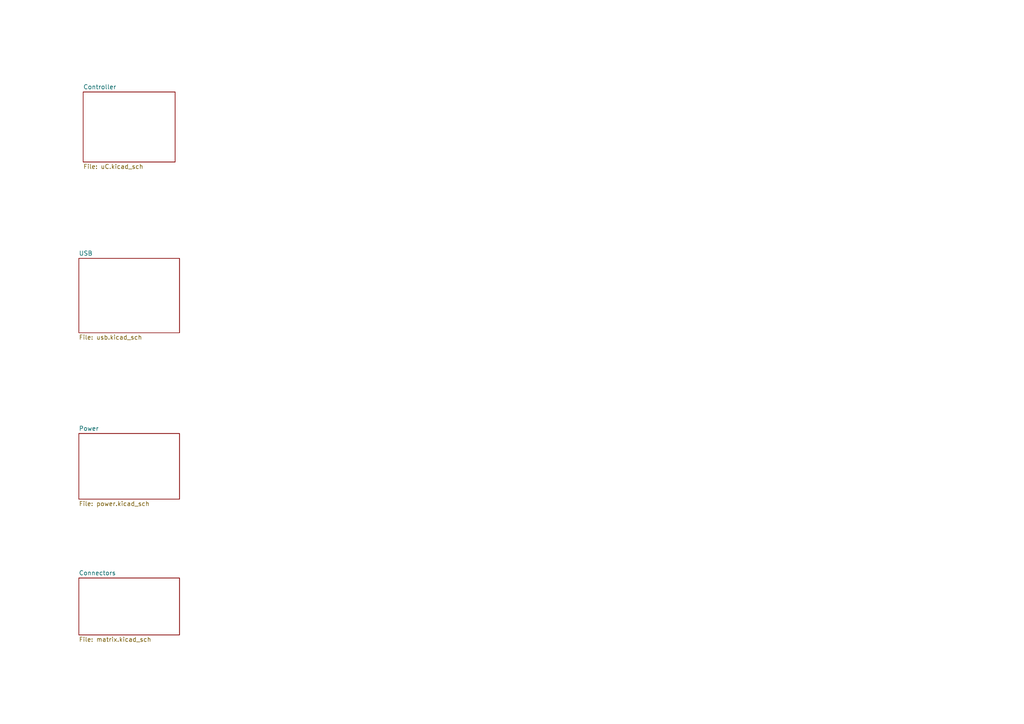
<source format=kicad_sch>
(kicad_sch (version 20230121) (generator eeschema)
  (paper "A4")
  (lib_symbols)
  (sheet (at 22.86 125.73) (size 29.21 19.05) (stroke (width 0.1524))
    (property "Sheetname" "Power" (at 22.86 125.0184 0) (effects (justify left bottom)))
    (property "Sheetfile" "power.kicad_sch" (at 22.86 145.3646 0) (effects (justify left top)))
  )
  (sheet (at 22.86 167.64) (size 29.21 16.51) (stroke (width 0.1524))
    (property "Sheetname" "Connectors" (at 22.86 166.9284 0) (effects (justify left bottom)))
    (property "Sheetfile" "matrix.kicad_sch" (at 22.86 184.7346 0) (effects (justify left top)))
  )
  (sheet (at 24.13 26.67) (size 26.67 20.32) (stroke (width 0.1524))
    (property "Sheetname" "Controller" (at 24.13 25.9584 0) (effects (justify left bottom)))
    (property "Sheetfile" "uC.kicad_sch" (at 24.13 47.5746 0) (effects (justify left top)))
  )
  (sheet (at 22.86 74.93) (size 29.21 21.59) (stroke (width 0.1524))
    (property "Sheetname" "USB" (at 22.86 74.2184 0) (effects (justify left bottom)))
    (property "Sheetfile" "usb.kicad_sch" (at 22.86 97.1046 0) (effects (justify left top)))
  )
)
</source>
